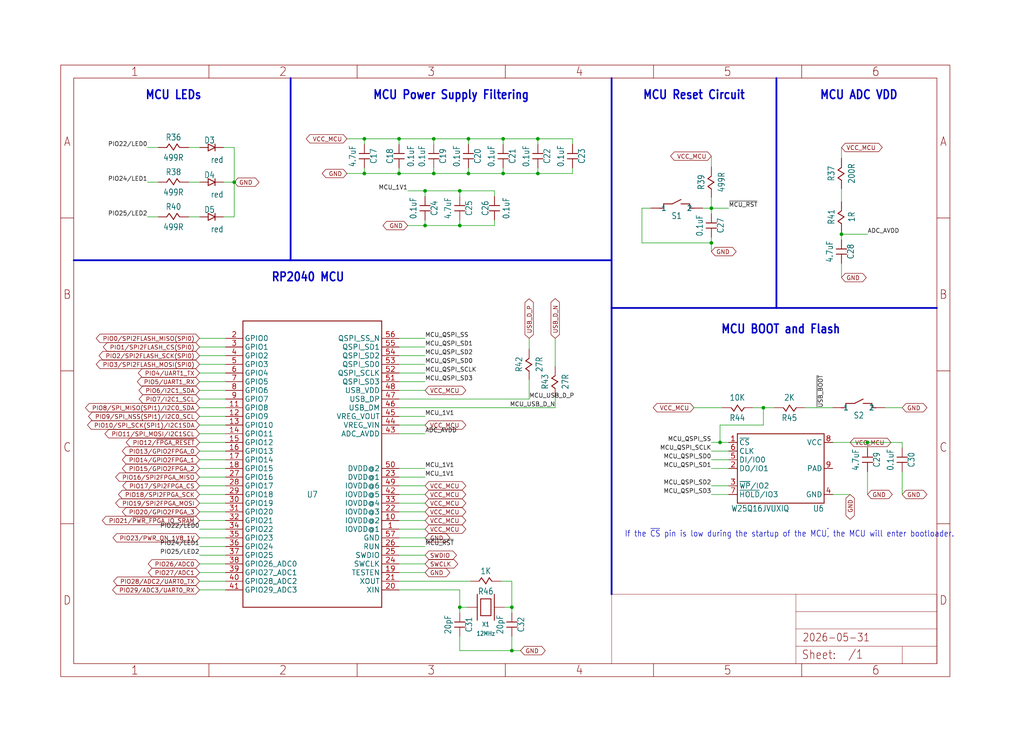
<source format=kicad_sch>
(kicad_sch (version 20250114) (generator "eeschema") (generator_version "9.0")
  (paper "User" 299.822 217.322)
  (lib_symbols
    (symbol "env-eagle-import:A4L-LOC"
      (symbol "A4L-LOC_1_0"
        (polyline (pts (xy 0 179.07) (xy 260.35 179.07) (xy 260.35 0) (xy 0 0) (xy 0 179.07)))
        (polyline (pts (xy 0 134.3025) (xy 3.81 134.3025)))
        (polyline (pts (xy 0 89.535) (xy 3.81 89.535)))
        (polyline (pts (xy 0 44.7675) (xy 3.81 44.7675)))
        (polyline (pts (xy 3.81 175.26) (xy 3.81 3.81)))
        (polyline (pts (xy 43.3917 179.07) (xy 43.3917 175.26)))
        (polyline (pts (xy 43.3917 3.81) (xy 43.3917 0)))
        (polyline (pts (xy 86.7833 179.07) (xy 86.7833 175.26)))
        (polyline (pts (xy 86.7833 3.81) (xy 86.7833 0)))
        (polyline (pts (xy 130.175 179.07) (xy 130.175 175.26)))
        (polyline (pts (xy 130.175 3.81) (xy 130.175 0)))
        (polyline (pts (xy 161.29 24.13) (xy 215.265 24.13)) (stroke (width 0.1016)))
        (polyline (pts (xy 161.29 3.81) (xy 161.29 24.13)) (stroke (width 0.1016)))
        (polyline (pts (xy 173.5667 179.07) (xy 173.5667 175.26)))
        (polyline (pts (xy 173.5667 3.81) (xy 173.5667 0)))
        (polyline (pts (xy 215.265 24.13) (xy 256.54 24.13)) (stroke (width 0.1016)))
        (polyline (pts (xy 215.265 19.05) (xy 215.265 24.13)) (stroke (width 0.1016)))
        (polyline (pts (xy 215.265 19.05) (xy 256.54 19.05)) (stroke (width 0.1016)))
        (polyline (pts (xy 215.265 13.97) (xy 215.265 19.05)) (stroke (width 0.1016)))
        (polyline (pts (xy 215.265 13.97) (xy 256.54 13.97)) (stroke (width 0.1016)))
        (polyline (pts (xy 215.265 8.89) (xy 215.265 13.97)) (stroke (width 0.1016)))
        (polyline (pts (xy 215.265 8.89) (xy 215.265 3.81)) (stroke (width 0.1016)))
        (polyline (pts (xy 216.9583 179.07) (xy 216.9583 175.26)))
        (polyline (pts (xy 216.9583 3.81) (xy 216.9583 0)))
        (polyline (pts (xy 246.38 8.89) (xy 215.265 8.89)) (stroke (width 0.1016)))
        (polyline (pts (xy 246.38 8.89) (xy 256.54 8.89)) (stroke (width 0.1016)))
        (polyline (pts (xy 246.38 3.81) (xy 246.38 8.89)) (stroke (width 0.1016)))
        (polyline (pts (xy 256.54 175.26) (xy 3.81 175.26)))
        (polyline (pts (xy 256.54 175.26) (xy 256.54 3.81)))
        (polyline (pts (xy 256.54 134.3025) (xy 260.35 134.3025)))
        (polyline (pts (xy 256.54 89.535) (xy 260.35 89.535)))
        (polyline (pts (xy 256.54 44.7675) (xy 260.35 44.7675)))
        (polyline (pts (xy 256.54 19.05) (xy 256.54 24.13)) (stroke (width 0.1016)))
        (polyline (pts (xy 256.54 13.97) (xy 256.54 19.05)) (stroke (width 0.1016)))
        (polyline (pts (xy 256.54 8.89) (xy 256.54 13.97)) (stroke (width 0.1016)))
        (polyline (pts (xy 256.54 3.81) (xy 3.81 3.81)))
        (polyline (pts (xy 256.54 3.81) (xy 256.54 8.89)) (stroke (width 0.1016)))
        (text "A" (at 1.905 156.6863 0) (effects (font (size 2.54 2.286))))
        (text "B" (at 1.905 111.9188 0) (effects (font (size 2.54 2.286))))
        (text "C" (at 1.905 67.1513 0) (effects (font (size 2.54 2.286))))
        (text "D" (at 1.905 22.3838 0) (effects (font (size 2.54 2.286))))
        (text "1" (at 21.6958 177.165 0) (effects (font (size 2.54 2.286))))
        (text "1" (at 21.6958 1.905 0) (effects (font (size 2.54 2.286))))
        (text "2" (at 65.0875 177.165 0) (effects (font (size 2.54 2.286))))
        (text "2" (at 65.0875 1.905 0) (effects (font (size 2.54 2.286))))
        (text "3" (at 108.4792 177.165 0) (effects (font (size 2.54 2.286))))
        (text "3" (at 108.4792 1.905 0) (effects (font (size 2.54 2.286))))
        (text "4" (at 151.8708 177.165 0) (effects (font (size 2.54 2.286))))
        (text "4" (at 151.8708 1.905 0) (effects (font (size 2.54 2.286))))
        (text "5" (at 195.2625 177.165 0) (effects (font (size 2.54 2.286))))
        (text "5" (at 195.2625 1.905 0) (effects (font (size 2.54 2.286))))
        (text "Sheet:" (at 216.916 4.953 0) (effects (font (size 2.54 2.159)) (justify left bottom)))
        (text "${PROJECTNAME}" (at 217.17 15.24 0) (effects (font (size 2.54 2.159)) (justify left bottom)))
        (text "${CURRENT_DATE}" (at 217.17 10.16 0) (effects (font (size 2.286 1.9431)) (justify left bottom)))
        (text "${#}/${##}" (at 230.505 5.08 0) (effects (font (size 2.54 2.159)) (justify left bottom)))
        (text "6" (at 238.6542 177.165 0) (effects (font (size 2.54 2.286))))
        (text "6" (at 238.6542 1.905 0) (effects (font (size 2.54 2.286))))
        (text "A" (at 258.445 156.6863 0) (effects (font (size 2.54 2.286))))
        (text "B" (at 258.445 111.9188 0) (effects (font (size 2.54 2.286))))
        (text "C" (at 258.445 67.1513 0) (effects (font (size 2.54 2.286))))
        (text "D" (at 258.445 22.3838 0) (effects (font (size 2.54 2.286))))
      )
    )
    (symbol "env-eagle-import:CAPACITOR0402"
      (property "Reference" "C" (at 0 1.714 0))
      (symbol "CAPACITOR0402_1_0"
        (polyline (pts (xy -0.762 1.524) (xy -0.762 -1.524)) (stroke (width 0.254)))
        (polyline (pts (xy 0.762 -1.524) (xy 0.762 1.524)) (stroke (width 0.254)))
        (pin bidirectional line (at -3.46 0 0) (length 2.54) (name "P$1") (number "1"))
        (pin bidirectional line (at 3.46 0 180) (length 2.54) (name "P$2") (number "2"))
      )
    )
    (symbol "env-eagle-import:CAPACITOR0603"
      (property "Reference" "C" (at 0 1.714 0))
      (symbol "CAPACITOR0603_1_0"
        (polyline (pts (xy -0.762 1.524) (xy -0.762 -1.524)) (stroke (width 0.254)))
        (polyline (pts (xy 0.762 -1.524) (xy 0.762 1.524)) (stroke (width 0.254)))
        (pin bidirectional line (at -3.46 0 0) (length 2.54) (name "P$1") (number "1"))
        (pin bidirectional line (at 3.46 0 180) (length 2.54) (name "P$2") (number "2"))
      )
    )
    (symbol "env-eagle-import:LED0402"
      (property "Reference" "D" (at -3 2 0))
      (symbol "LED0402_1_0"
        (polyline (pts (xy -1 1) (xy -1 -1)) (stroke (width 0.254)))
        (polyline (pts (xy -1 -1) (xy 1 0)) (stroke (width 0.254)))
        (polyline (pts (xy 1 1) (xy 1 0)) (stroke (width 0.254)))
        (polyline (pts (xy 1 0) (xy -1 1)) (stroke (width 0.254)))
        (polyline (pts (xy 1 0) (xy 1 -1)) (stroke (width 0.254)))
        (pin bidirectional line (at -3.46 0 0) (length 2.54) (name "1") (number "1"))
        (pin bidirectional line (at 3.46 0 180) (length 2.54) (name "2") (number "2"))
      )
    )
    (symbol "env-eagle-import:QUARTZ"
      (property "Reference" "X" (at 0 7 0))
      (symbol "QUARTZ_1_0"
        (polyline (pts (xy -3 0) (xy -2.5 0)) (stroke (width 0.1524)))
        (polyline (pts (xy -2.5 3.81) (xy -2.5 0)) (stroke (width 0.254)))
        (polyline (pts (xy -2.5 0) (xy -2.5 -3.81)) (stroke (width 0.254)))
        (polyline (pts (xy -1.5 2.46) (xy -1.5 -2.46)) (stroke (width 0.254)))
        (polyline (pts (xy -1.5 -2.46) (xy 1.5 -2.46)) (stroke (width 0.254)))
        (polyline (pts (xy 1.5 2.46) (xy -1.5 2.46)) (stroke (width 0.254)))
        (polyline (pts (xy 1.5 -2.46) (xy 1.5 2.46)) (stroke (width 0.254)))
        (polyline (pts (xy 2.5 3.81) (xy 2.5 0)) (stroke (width 0.254)))
        (polyline (pts (xy 2.5 0) (xy 2.5 -3.81)) (stroke (width 0.254)))
        (polyline (pts (xy 2.5 0) (xy 3 0)) (stroke (width 0.1524)))
        (pin bidirectional line (at -5.46 0 0) (length 2.54) (name "P$1") (number "1"))
        (pin bidirectional line (at 5.46 0 180) (length 2.54) (name "P$2") (number "3"))
      )
    )
    (symbol "env-eagle-import:RESISTORSMD_0402"
      (property "Reference" "R" (at 0 2 0))
      (symbol "RESISTORSMD_0402_1_0"
        (polyline (pts (xy -2 0) (xy -1.27 1.016)) (stroke (width 0.254)))
        (polyline (pts (xy -1.27 1.016) (xy 0 -0.762)) (stroke (width 0.254)))
        (polyline (pts (xy 0 -0.762) (xy 1.016 1.016)) (stroke (width 0.254)))
        (polyline (pts (xy 1.016 1.016) (xy 1.778 0)) (stroke (width 0.254)))
        (pin bidirectional line (at -4.46 0 0) (length 2.54) (name "1") (number "1"))
        (pin bidirectional line (at 4.46 0 180) (length 2.54) (name "2") (number "2"))
      )
    )
    (symbol "env-eagle-import:RP2040"
      (property "Reference" "U" (at -2.54 40.64 0))
      (symbol "RP2040_1_0"
        (polyline (pts (xy -20.32 45.72) (xy -20.32 -38.1)) (stroke (width 0.254)))
        (polyline (pts (xy -20.32 -38.1) (xy 20.32 -38.1)) (stroke (width 0.254)))
        (polyline (pts (xy 20.32 45.72) (xy -20.32 45.72)) (stroke (width 0.254)))
        (polyline (pts (xy 20.32 -38.1) (xy 20.32 45.72)) (stroke (width 0.254)))
        (pin bidirectional line (at -25.4 40.64 0) (length 5.08) (name "GPIO0") (number "2"))
        (pin bidirectional line (at -25.4 38.1 0) (length 5.08) (name "GPIO1") (number "3"))
        (pin bidirectional line (at -25.4 35.56 0) (length 5.08) (name "GPIO2") (number "4"))
        (pin bidirectional line (at -25.4 33.02 0) (length 5.08) (name "GPIO3") (number "5"))
        (pin bidirectional line (at -25.4 30.48 0) (length 5.08) (name "GPIO4") (number "6"))
        (pin bidirectional line (at -25.4 27.94 0) (length 5.08) (name "GPIO5") (number "7"))
        (pin bidirectional line (at -25.4 25.4 0) (length 5.08) (name "GPIO6") (number "8"))
        (pin bidirectional line (at -25.4 22.86 0) (length 5.08) (name "GPIO7") (number "9"))
        (pin bidirectional line (at -25.4 20.32 0) (length 5.08) (name "GPIO8") (number "11"))
        (pin bidirectional line (at -25.4 17.78 0) (length 5.08) (name "GPIO9") (number "12"))
        (pin bidirectional line (at -25.4 15.24 0) (length 5.08) (name "GPIO10") (number "13"))
        (pin bidirectional line (at -25.4 12.7 0) (length 5.08) (name "GPIO11") (number "14"))
        (pin bidirectional line (at -25.4 10.16 0) (length 5.08) (name "GPIO12") (number "15"))
        (pin bidirectional line (at -25.4 7.62 0) (length 5.08) (name "GPIO13") (number "16"))
        (pin bidirectional line (at -25.4 5.08 0) (length 5.08) (name "GPIO14") (number "17"))
        (pin bidirectional line (at -25.4 2.54 0) (length 5.08) (name "GPIO15") (number "18"))
        (pin bidirectional line (at -25.4 0 0) (length 5.08) (name "GPIO16") (number "27"))
        (pin bidirectional line (at -25.4 -2.54 0) (length 5.08) (name "GPIO17") (number "28"))
        (pin bidirectional line (at -25.4 -5.08 0) (length 5.08) (name "GPIO18") (number "29"))
        (pin bidirectional line (at -25.4 -7.62 0) (length 5.08) (name "GPIO19") (number "30"))
        (pin bidirectional line (at -25.4 -10.16 0) (length 5.08) (name "GPIO20") (number "31"))
        (pin bidirectional line (at -25.4 -12.7 0) (length 5.08) (name "GPIO21") (number "32"))
        (pin bidirectional line (at -25.4 -15.24 0) (length 5.08) (name "GPIO22") (number "34"))
        (pin bidirectional line (at -25.4 -17.78 0) (length 5.08) (name "GPIO23") (number "35"))
        (pin bidirectional line (at -25.4 -20.32 0) (length 5.08) (name "GPIO24") (number "36"))
        (pin bidirectional line (at -25.4 -22.86 0) (length 5.08) (name "GPIO25") (number "37"))
        (pin bidirectional line (at -25.4 -25.4 0) (length 5.08) (name "GPIO26_ADC0") (number "38"))
        (pin bidirectional line (at -25.4 -27.94 0) (length 5.08) (name "GPIO27_ADC1") (number "39"))
        (pin bidirectional line (at -25.4 -30.48 0) (length 5.08) (name "GPIO28_ADC2") (number "40"))
        (pin bidirectional line (at -25.4 -33.02 0) (length 5.08) (name "GPIO29_ADC3") (number "41"))
        (pin bidirectional line (at 25.4 40.64 180) (length 5.08) (name "QSPI_SS_N") (number "56"))
        (pin bidirectional line (at 25.4 38.1 180) (length 5.08) (name "QSPI_SD1") (number "55"))
        (pin bidirectional line (at 25.4 35.56 180) (length 5.08) (name "QSPI_SD2") (number "54"))
        (pin bidirectional line (at 25.4 33.02 180) (length 5.08) (name "QSPI_SD0") (number "53"))
        (pin bidirectional line (at 25.4 30.48 180) (length 5.08) (name "QSPI_SCLK") (number "52"))
        (pin bidirectional line (at 25.4 27.94 180) (length 5.08) (name "QSPI_SD3") (number "51"))
        (pin bidirectional line (at 25.4 25.4 180) (length 5.08) (name "USB_VDD") (number "48"))
        (pin bidirectional line (at 25.4 22.86 180) (length 5.08) (name "USB_DP") (number "47"))
        (pin bidirectional line (at 25.4 20.32 180) (length 5.08) (name "USB_DM") (number "46"))
        (pin bidirectional line (at 25.4 17.78 180) (length 5.08) (name "VREG_VOUT") (number "45"))
        (pin bidirectional line (at 25.4 15.24 180) (length 5.08) (name "VREG_VIN") (number "44"))
        (pin bidirectional line (at 25.4 12.7 180) (length 5.08) (name "ADC_AVDD") (number "43"))
        (pin bidirectional line (at 25.4 2.54 180) (length 5.08) (name "DVDD@2") (number "50"))
        (pin bidirectional line (at 25.4 0 180) (length 5.08) (name "DVDD@1") (number "23"))
        (pin bidirectional line (at 25.4 -2.54 180) (length 5.08) (name "IOVDD@6") (number "49"))
        (pin bidirectional line (at 25.4 -5.08 180) (length 5.08) (name "IOVDD@5") (number "42"))
        (pin bidirectional line (at 25.4 -7.62 180) (length 5.08) (name "IOVDD@4") (number "33"))
        (pin bidirectional line (at 25.4 -10.16 180) (length 5.08) (name "IOVDD@3") (number "22"))
        (pin bidirectional line (at 25.4 -12.7 180) (length 5.08) (name "IOVDD@2") (number "10"))
        (pin bidirectional line (at 25.4 -15.24 180) (length 5.08) (name "IOVDD@1") (number "1"))
        (pin bidirectional line (at 25.4 -17.78 180) (length 5.08) (name "GND") (number "57"))
        (pin bidirectional line (at 25.4 -20.32 180) (length 5.08) (name "RUN") (number "26"))
        (pin bidirectional line (at 25.4 -22.86 180) (length 5.08) (name "SWDIO") (number "25"))
        (pin bidirectional line (at 25.4 -25.4 180) (length 5.08) (name "SWCLK") (number "24"))
        (pin bidirectional line (at 25.4 -27.94 180) (length 5.08) (name "TESTEN") (number "19"))
        (pin bidirectional line (at 25.4 -30.48 180) (length 5.08) (name "XOUT") (number "21"))
        (pin bidirectional line (at 25.4 -33.02 180) (length 5.08) (name "XIN") (number "20"))
      )
    )
    (symbol "env-eagle-import:TACTILE-SWITCH"
      (property "Reference" "S" (at 0 -3.81 0))
      (symbol "TACTILE-SWITCH_1_0"
        (polyline (pts (xy -5.08 -2.54) (xy -3.81 -2.54)) (stroke (width 0.254)))
        (polyline (pts (xy -3.81 -1.27) (xy -1.27 -1.27)) (stroke (width 0.254)))
        (polyline (pts (xy -3.81 -2.54) (xy -3.81 -1.27)) (stroke (width 0.254)))
        (polyline (pts (xy -1.27 -1.27) (xy 1.27 0)) (stroke (width 0.254)))
        (polyline (pts (xy 3.81 -1.27) (xy 1.27 -1.27)) (stroke (width 0.254)))
        (polyline (pts (xy 3.81 -2.54) (xy 3.81 -1.27)) (stroke (width 0.254)))
        (polyline (pts (xy 5.08 -2.54) (xy 3.81 -2.54)) (stroke (width 0.254)))
        (pin bidirectional line (at -7.62 -2.54 0) (length 2.54) (name "1") (number "1"))
        (pin bidirectional line (at -7.62 -2.54 0) (length 2.54) (name "1") (number "2"))
        (pin bidirectional line (at 7.62 -2.54 180) (length 2.54) (name "2") (number "3"))
        (pin bidirectional line (at 7.62 -2.54 180) (length 2.54) (name "2") (number "4"))
      )
    )
    (symbol "env-eagle-import:W25Q16JVUXIQ"
      (property "Reference" "U" (at -12.7 -12.7 0))
      (symbol "W25Q16JVUXIQ_1_0"
        (polyline (pts (xy -12.7 10.16) (xy 12.7 10.16)) (stroke (width 0.254)))
        (polyline (pts (xy -12.7 -10.16) (xy -12.7 10.16)) (stroke (width 0.254)))
        (polyline (pts (xy 12.7 10.16) (xy 12.7 -10.16)) (stroke (width 0.254)))
        (polyline (pts (xy 12.7 -10.16) (xy -12.7 -10.16)) (stroke (width 0.254)))
        (pin bidirectional line (at -15.24 7.62 0) (length 2.54) (name "VCC") (number "8"))
        (pin bidirectional line (at -15.24 0 0) (length 2.54) (name "PAD") (number "9"))
        (pin bidirectional line (at -15.24 -7.62 0) (length 2.54) (name "GND") (number "4"))
        (pin input line (at 15.24 7.62 180) (length 2.54) (name "~{CS}") (number "1"))
        (pin input line (at 15.24 5.08 180) (length 2.54) (name "CLK") (number "6"))
        (pin bidirectional line (at 15.24 2.54 180) (length 2.54) (name "DI/IO0") (number "5"))
        (pin bidirectional line (at 15.24 0 180) (length 2.54) (name "DO/IO1") (number "2"))
        (pin bidirectional line (at 15.24 -5.08 180) (length 2.54) (name "~{WP}/IO2") (number "3"))
        (pin bidirectional line (at 15.24 -7.62 180) (length 2.54) (name "~{HOLD}/IO3") (number "7"))
      )
    )
  )
  (text "MCU Power Supply Filtering" (at 132.08 27.94 0) (effects (font (size 2.54 2.159) (thickness 0.4318) (bold yes))))
  (text "If the ~{CS} pin is low during the startup of the MCU~{,} the MCU will enter bootloader." (at 182.88 157.48 0) (effects (font (size 1.778 1.5113)) (justify left bottom)))
  (text "MCU BOOT and Flash" (at 228.6 96.52 0) (effects (font (size 2.54 2.159) (thickness 0.4318) (bold yes))))
  (text "MCU Reset Circuit" (at 203.2 27.94 0) (effects (font (size 2.54 2.159) (thickness 0.4318) (bold yes))))
  (text "MCU LEDs" (at 50.8 27.94 0) (effects (font (size 2.54 2.159) (thickness 0.4318) (bold yes))))
  (text "RP2040 MCU" (at 90.17 81.28 0) (effects (font (size 2.54 2.159) (thickness 0.4318) (bold yes))))
  (text "MCU ADC VDD" (at 251.46 27.94 0) (effects (font (size 2.54 2.159) (thickness 0.4318) (bold yes))))
  (junction (at 127 50.8))
  (junction (at 68.58 53.34))
  (junction (at 254 129.54))
  (junction (at 124.46 66.04))
  (junction (at 208.28 71.12))
  (junction (at 149.86 177.8))
  (junction (at 246.38 68.58))
  (junction (at 147.32 40.64))
  (junction (at 137.16 50.8))
  (junction (at 137.16 40.64))
  (junction (at 134.62 177.8))
  (junction (at 157.48 50.8))
  (junction (at 116.84 50.8))
  (junction (at 210.82 129.54))
  (junction (at 106.68 40.64))
  (junction (at 134.62 55.88))
  (junction (at 147.32 50.8))
  (junction (at 106.68 50.8))
  (junction (at 134.62 66.04))
  (junction (at 116.84 40.64))
  (junction (at 124.46 55.88))
  (junction (at 223.52 119.38))
  (junction (at 157.48 40.64))
  (junction (at 149.86 190.5))
  (junction (at 208.28 60.96))
  (junction (at 127 40.64))
  (wire (pts (xy 58.42 109.22) (xy 66.04 109.22)) (stroke (width 0.1524)))
  (wire (pts (xy 137.16 40.64) (xy 147.32 40.64)) (stroke (width 0.1524)))
  (wire (pts (xy 66.04 172.72) (xy 58.42 172.72)) (stroke (width 0.1524)))
  (wire (pts (xy 208.28 60.96) (xy 213.36 60.96)) (stroke (width 0.1524)))
  (wire (pts (xy 116.84 149.86) (xy 124.46 149.86)) (stroke (width 0.1524)))
  (wire (pts (xy 66.04 149.86) (xy 58.42 149.86)) (stroke (width 0.1524)))
  (polyline (pts (xy 179.07 76.2) (xy 179.07 22.86)) (stroke (width 0.508) (type solid)))
  (wire (pts (xy 154.94 102.22) (xy 154.94 99.06)) (stroke (width 0.1524)))
  (wire (pts (xy 66.04 170.18) (xy 58.42 170.18)) (stroke (width 0.1524)))
  (wire (pts (xy 124.46 139.7) (xy 116.84 139.7)) (stroke (width 0.1524)))
  (wire (pts (xy 146.7 170.18) (xy 149.86 170.18)) (stroke (width 0.1524)))
  (wire (pts (xy 208.28 60.96) (xy 208.28 57.8)) (stroke (width 0.1524)))
  (wire (pts (xy 127 50.8) (xy 116.84 50.8)) (stroke (width 0.1524)))
  (wire (pts (xy 68.58 63.5) (xy 68.58 53.34)) (stroke (width 0.1524)))
  (wire (pts (xy 66.04 114.3) (xy 58.42 114.3)) (stroke (width 0.1524)))
  (wire (pts (xy 210.82 124.46) (xy 210.82 129.54)) (stroke (width 0.1524)))
  (wire (pts (xy 116.84 137.16) (xy 124.46 137.16)) (stroke (width 0.1524)))
  (wire (pts (xy 124.46 114.3) (xy 116.84 114.3)) (stroke (width 0.1524)))
  (wire (pts (xy 213.36 144.78) (xy 208.28 144.78)) (stroke (width 0.1524)))
  (wire (pts (xy 223.52 119.38) (xy 220.36 119.38)) (stroke (width 0.1524)))
  (wire (pts (xy 147.32 42.26) (xy 147.32 40.64)) (stroke (width 0.1524)))
  (polyline (pts (xy 85.09 22.86) (xy 85.09 76.2)) (stroke (width 0.508) (type solid)))
  (wire (pts (xy 213.36 129.54) (xy 210.82 129.54)) (stroke (width 0.1524)))
  (wire (pts (xy 66.04 132.08) (xy 58.42 132.08)) (stroke (width 0.1524)))
  (wire (pts (xy 116.84 116.84) (xy 154.94 116.84)) (stroke (width 0.1524)))
  (wire (pts (xy 116.84 165.1) (xy 124.46 165.1)) (stroke (width 0.1524)))
  (wire (pts (xy 137.16 50.8) (xy 127 50.8)) (stroke (width 0.1524)))
  (polyline (pts (xy 179.07 76.2) (xy 179.07 90.17)) (stroke (width 0.508) (type solid)))
  (wire (pts (xy 58.5 53.34) (xy 55.26 53.34)) (stroke (width 0.1524)))
  (wire (pts (xy 136.78 177.8) (xy 134.62 177.8)) (stroke (width 0.1524)))
  (wire (pts (xy 66.04 167.64) (xy 58.42 167.64)) (stroke (width 0.1524)))
  (wire (pts (xy 66.04 144.78) (xy 58.42 144.78)) (stroke (width 0.1524)))
  (wire (pts (xy 116.84 111.76) (xy 124.46 111.76)) (stroke (width 0.1524)))
  (wire (pts (xy 162.56 119.38) (xy 162.56 116.22)) (stroke (width 0.1524)))
  (wire (pts (xy 66.04 124.46) (xy 58.42 124.46)) (stroke (width 0.1524)))
  (wire (pts (xy 264.16 138.08) (xy 264.16 144.78)) (stroke (width 0.1524)))
  (wire (pts (xy 46.34 63.5) (xy 43.18 63.5)) (stroke (width 0.1524)))
  (wire (pts (xy 116.84 119.38) (xy 162.56 119.38)) (stroke (width 0.1524)))
  (wire (pts (xy 66.04 165.1) (xy 58.42 165.1)) (stroke (width 0.1524)))
  (wire (pts (xy 116.84 42.26) (xy 116.84 40.64)) (stroke (width 0.1524)))
  (wire (pts (xy 246.38 70.2) (xy 246.38 68.58)) (stroke (width 0.1524)))
  (wire (pts (xy 157.48 40.64) (xy 157.48 42.26)) (stroke (width 0.1524)))
  (wire (pts (xy 68.58 43.18) (xy 65.42 43.18)) (stroke (width 0.1524)))
  (wire (pts (xy 246.38 68.58) (xy 246.38 67.96)) (stroke (width 0.1524)))
  (wire (pts (xy 66.04 157.48) (xy 58.42 157.48)) (stroke (width 0.1524)))
  (wire (pts (xy 208.28 45.72) (xy 208.28 48.88)) (stroke (width 0.1524)))
  (wire (pts (xy 66.04 99.06) (xy 58.42 99.06)) (stroke (width 0.1524)))
  (wire (pts (xy 116.84 144.78) (xy 124.46 144.78)) (stroke (width 0.1524)))
  (wire (pts (xy 254 138.08) (xy 254 144.78)) (stroke (width 0.1524)))
  (wire (pts (xy 116.84 127) (xy 124.46 127)) (stroke (width 0.1524)))
  (wire (pts (xy 65.42 53.34) (xy 68.58 53.34)) (stroke (width 0.1524)))
  (wire (pts (xy 66.04 154.94) (xy 58.42 154.94)) (stroke (width 0.1524)))
  (wire (pts (xy 116.84 50.8) (xy 106.68 50.8)) (stroke (width 0.1524)))
  (wire (pts (xy 223.52 119.38) (xy 223.52 124.46)) (stroke (width 0.1524)))
  (wire (pts (xy 208.28 71.12) (xy 208.28 73.66)) (stroke (width 0.1524)))
  (wire (pts (xy 149.86 186.34) (xy 149.86 190.5)) (stroke (width 0.1524)))
  (wire (pts (xy 116.84 152.4) (xy 124.46 152.4)) (stroke (width 0.1524)))
  (wire (pts (xy 116.84 99.06) (xy 124.46 99.06)) (stroke (width 0.1524)))
  (wire (pts (xy 213.36 134.62) (xy 208.28 134.62)) (stroke (width 0.1524)))
  (wire (pts (xy 116.84 142.24) (xy 124.46 142.24)) (stroke (width 0.1524)))
  (wire (pts (xy 205.74 60.96) (xy 208.28 60.96)) (stroke (width 0.1524)))
  (wire (pts (xy 116.84 109.22) (xy 124.46 109.22)) (stroke (width 0.1524)))
  (wire (pts (xy 147.7 177.8) (xy 149.86 177.8)) (stroke (width 0.1524)))
  (wire (pts (xy 246.38 68.58) (xy 254 68.58)) (stroke (width 0.1524)))
  (wire (pts (xy 134.62 66.04) (xy 124.46 66.04)) (stroke (width 0.1524)))
  (wire (pts (xy 144.78 64.42) (xy 144.78 66.04)) (stroke (width 0.1524)))
  (wire (pts (xy 66.04 121.92) (xy 58.42 121.92)) (stroke (width 0.1524)))
  (wire (pts (xy 162.56 99.06) (xy 162.56 107.3)) (stroke (width 0.1524)))
  (wire (pts (xy 116.84 124.46) (xy 124.46 124.46)) (stroke (width 0.1524)))
  (wire (pts (xy 134.62 55.88) (xy 124.46 55.88)) (stroke (width 0.1524)))
  (wire (pts (xy 226.68 119.38) (xy 223.52 119.38)) (stroke (width 0.1524)))
  (polyline (pts (xy 179.07 90.17) (xy 179.07 173.99)) (stroke (width 0.508) (type solid)))
  (wire (pts (xy 243.84 119.38) (xy 235.6 119.38)) (stroke (width 0.1524)))
  (wire (pts (xy 147.32 40.64) (xy 157.48 40.64)) (stroke (width 0.1524)))
  (wire (pts (xy 58.5 43.18) (xy 55.26 43.18)) (stroke (width 0.1524)))
  (wire (pts (xy 223.52 124.46) (xy 210.82 124.46)) (stroke (width 0.1524)))
  (wire (pts (xy 116.84 170.18) (xy 137.78 170.18)) (stroke (width 0.1524)))
  (wire (pts (xy 157.48 40.64) (xy 167.64 40.64)) (stroke (width 0.1524)))
  (wire (pts (xy 254 129.54) (xy 243.84 129.54)) (stroke (width 0.1524)))
  (wire (pts (xy 66.04 160.02) (xy 58.42 160.02)) (stroke (width 0.1524)))
  (wire (pts (xy 66.04 119.38) (xy 58.42 119.38)) (stroke (width 0.1524)))
  (wire (pts (xy 149.86 177.8) (xy 149.86 179.42)) (stroke (width 0.1524)))
  (wire (pts (xy 208.28 71.12) (xy 208.28 69.5)) (stroke (width 0.1524)))
  (wire (pts (xy 116.84 154.94) (xy 124.46 154.94)) (stroke (width 0.1524)))
  (wire (pts (xy 106.68 50.8) (xy 101.6 50.8)) (stroke (width 0.1524)))
  (wire (pts (xy 264.16 129.54) (xy 264.16 131.16)) (stroke (width 0.1524)))
  (wire (pts (xy 144.78 66.04) (xy 134.62 66.04)) (stroke (width 0.1524)))
  (wire (pts (xy 147.32 49.18) (xy 147.32 50.8)) (stroke (width 0.1524)))
  (wire (pts (xy 116.84 106.68) (xy 124.46 106.68)) (stroke (width 0.1524)))
  (wire (pts (xy 46.34 53.34) (xy 43.18 53.34)) (stroke (width 0.1524)))
  (polyline (pts (xy 227.33 90.17) (xy 274.32 90.17)) (stroke (width 0.508) (type solid)))
  (wire (pts (xy 66.04 106.68) (xy 58.42 106.68)) (stroke (width 0.1524)))
  (wire (pts (xy 116.84 157.48) (xy 124.46 157.48)) (stroke (width 0.1524)))
  (wire (pts (xy 116.84 172.72) (xy 134.62 172.72)) (stroke (width 0.1524)))
  (wire (pts (xy 116.84 49.18) (xy 116.84 50.8)) (stroke (width 0.1524)))
  (wire (pts (xy 213.36 132.08) (xy 208.28 132.08)) (stroke (width 0.1524)))
  (wire (pts (xy 167.64 40.64) (xy 167.64 42.26)) (stroke (width 0.1524)))
  (wire (pts (xy 124.46 57.5) (xy 124.46 55.88)) (stroke (width 0.1524)))
  (wire (pts (xy 127 42.26) (xy 127 40.64)) (stroke (width 0.1524)))
  (wire (pts (xy 116.84 40.64) (xy 106.68 40.64)) (stroke (width 0.1524)))
  (wire (pts (xy 254 131.16) (xy 254 129.54)) (stroke (width 0.1524)))
  (wire (pts (xy 134.62 57.5) (xy 134.62 55.88)) (stroke (width 0.1524)))
  (wire (pts (xy 116.84 167.64) (xy 124.46 167.64)) (stroke (width 0.1524)))
  (wire (pts (xy 116.84 104.14) (xy 124.46 104.14)) (stroke (width 0.1524)))
  (wire (pts (xy 66.04 147.32) (xy 58.42 147.32)) (stroke (width 0.1524)))
  (polyline (pts (xy 21.59 76.2) (xy 85.09 76.2)) (stroke (width 0.508) (type solid)))
  (wire (pts (xy 58.5 63.5) (xy 55.26 63.5)) (stroke (width 0.1524)))
  (wire (pts (xy 66.04 134.62) (xy 58.42 134.62)) (stroke (width 0.1524)))
  (wire (pts (xy 68.58 53.34) (xy 68.58 43.18)) (stroke (width 0.1524)))
  (wire (pts (xy 66.04 137.16) (xy 58.42 137.16)) (stroke (width 0.1524)))
  (wire (pts (xy 66.04 101.6) (xy 58.42 101.6)) (stroke (width 0.1524)))
  (wire (pts (xy 66.04 142.24) (xy 58.42 142.24)) (stroke (width 0.1524)))
  (wire (pts (xy 167.64 49.18) (xy 167.64 50.8)) (stroke (width 0.1524)))
  (wire (pts (xy 157.48 50.8) (xy 167.64 50.8)) (stroke (width 0.1524)))
  (wire (pts (xy 66.04 111.76) (xy 58.42 111.76)) (stroke (width 0.1524)))
  (wire (pts (xy 149.86 170.18) (xy 149.86 177.8)) (stroke (width 0.1524)))
  (wire (pts (xy 66.04 152.4) (xy 58.42 152.4)) (stroke (width 0.1524)))
  (wire (pts (xy 116.84 147.32) (xy 124.46 147.32)) (stroke (width 0.1524)))
  (wire (pts (xy 134.62 190.5) (xy 149.86 190.5)) (stroke (width 0.1524)))
  (wire (pts (xy 134.62 177.8) (xy 134.62 179.42)) (stroke (width 0.1524)))
  (wire (pts (xy 187.96 60.96) (xy 187.96 71.12)) (stroke (width 0.1524)))
  (polyline (pts (xy 85.09 76.2) (xy 179.07 76.2)) (stroke (width 0.508) (type solid)))
  (wire (pts (xy 66.04 104.14) (xy 58.42 104.14)) (stroke (width 0.1524)))
  (wire (pts (xy 66.04 127) (xy 58.42 127)) (stroke (width 0.1524)))
  (wire (pts (xy 127 40.64) (xy 137.16 40.64)) (stroke (width 0.1524)))
  (wire (pts (xy 116.84 162.56) (xy 124.46 162.56)) (stroke (width 0.1524)))
  (wire (pts (xy 124.46 66.04) (xy 119.38 66.04)) (stroke (width 0.1524)))
  (wire (pts (xy 116.84 160.02) (xy 124.46 160.02)) (stroke (width 0.1524)))
  (wire (pts (xy 116.84 121.92) (xy 124.46 121.92)) (stroke (width 0.1524)))
  (wire (pts (xy 243.84 144.78) (xy 248.92 144.78)) (stroke (width 0.1524)))
  (polyline (pts (xy 227.33 22.86) (xy 227.33 90.17)) (stroke (width 0.508) (type solid)))
  (wire (pts (xy 157.48 49.18) (xy 157.48 50.8)) (stroke (width 0.1524)))
  (wire (pts (xy 144.78 57.5) (xy 144.78 55.88)) (stroke (width 0.1524)))
  (wire (pts (xy 137.16 49.18) (xy 137.16 50.8)) (stroke (width 0.1524)))
  (wire (pts (xy 157.48 50.8) (xy 147.32 50.8)) (stroke (width 0.1524)))
  (wire (pts (xy 134.62 172.72) (xy 134.62 177.8)) (stroke (width 0.1524)))
  (wire (pts (xy 144.78 55.88) (xy 134.62 55.88)) (stroke (width 0.1524)))
  (wire (pts (xy 134.62 186.34) (xy 134.62 190.5)) (stroke (width 0.1524)))
  (wire (pts (xy 127 49.18) (xy 127 50.8)) (stroke (width 0.1524)))
  (wire (pts (xy 213.36 137.16) (xy 208.28 137.16)) (stroke (width 0.1524)))
  (wire (pts (xy 259.08 119.38) (xy 264.16 119.38)) (stroke (width 0.1524)))
  (wire (pts (xy 149.86 190.5) (xy 152.4 190.5)) (stroke (width 0.1524)))
  (wire (pts (xy 246.38 46.34) (xy 246.38 43.18)) (stroke (width 0.1524)))
  (wire (pts (xy 213.36 142.24) (xy 208.28 142.24)) (stroke (width 0.1524)))
  (wire (pts (xy 116.84 101.6) (xy 124.46 101.6)) (stroke (width 0.1524)))
  (wire (pts (xy 208.28 62.58) (xy 208.28 60.96)) (stroke (width 0.1524)))
  (wire (pts (xy 124.46 64.42) (xy 124.46 66.04)) (stroke (width 0.1524)))
  (wire (pts (xy 147.32 50.8) (xy 137.16 50.8)) (stroke (width 0.1524)))
  (wire (pts (xy 254 129.54) (xy 264.16 129.54)) (stroke (width 0.1524)))
  (wire (pts (xy 124.46 55.88) (xy 119.38 55.88)) (stroke (width 0.1524)))
  (wire (pts (xy 134.62 64.42) (xy 134.62 66.04)) (stroke (width 0.1524)))
  (polyline (pts (xy 179.07 90.17) (xy 227.33 90.17)) (stroke (width 0.508) (type solid)))
  (wire (pts (xy 106.68 42.26) (xy 106.68 40.64)) (stroke (width 0.1524)))
  (wire (pts (xy 154.94 116.84) (xy 154.94 111.14)) (stroke (width 0.1524)))
  (wire (pts (xy 211.44 119.38) (xy 203.2 119.38)) (stroke (width 0.1524)))
  (wire (pts (xy 190.5 60.96) (xy 187.96 60.96)) (stroke (width 0.1524)))
  (wire (pts (xy 66.04 139.7) (xy 58.42 139.7)) (stroke (width 0.1524)))
  (wire (pts (xy 66.04 116.84) (xy 58.42 116.84)) (stroke (width 0.1524)))
  (wire (pts (xy 246.38 77.12) (xy 246.38 81.28)) (stroke (width 0.1524)))
  (wire (pts (xy 106.68 40.64) (xy 101.6 40.64)) (stroke (width 0.1524)))
  (wire (pts (xy 210.82 129.54) (xy 208.28 129.54)) (stroke (width 0.1524)))
  (wire (pts (xy 66.04 129.54) (xy 58.42 129.54)) (stroke (width 0.1524)))
  (wire (pts (xy 137.16 42.26) (xy 137.16 40.64)) (stroke (width 0.1524)))
  (wire (pts (xy 46.34 43.18) (xy 43.18 43.18)) (stroke (width 0.1524)))
  (wire (pts (xy 66.04 162.56) (xy 58.42 162.56)) (stroke (width 0.1524)))
  (wire (pts (xy 106.68 49.18) (xy 106.68 50.8)) (stroke (width 0.1524)))
  (wire (pts (xy 65.42 63.5) (xy 68.58 63.5)) (stroke (width 0.1524)))
  (wire (pts (xy 116.84 40.64) (xy 127 40.64)) (stroke (width 0.1524)))
  (wire (pts (xy 246.38 55.26) (xy 246.38 59.04)) (stroke (width 0.1524)))
  (wire (pts (xy 187.96 71.12) (xy 208.28 71.12)) (stroke (width 0.1524)))
  (label "MCU_QSPI_SD1" (at 208.28 137.16 180) (effects (font (size 1.2446 1.2446))))
  (label "MCU_QSPI_SCLK" (at 208.28 132.08 180) (effects (font (size 1.2446 1.2446))))
  (label "MCU_USB_D_P" (at 154.94 116.84 0) (effects (font (size 1.2446 1.2446))))
  (label "MCU_QSPI_SD0" (at 124.46 106.68 0) (effects (font (size 1.2446 1.2446))))
  (label "PIO25/LED2" (at 43.18 63.5 180) (effects (font (size 1.2446 1.2446))))
  (label "MCU_USB_D_N" (at 162.56 119.38 180) (effects (font (size 1.2446 1.2446))))
  (label "MCU_QSPI_SD2" (at 208.28 142.24 180) (effects (font (size 1.2446 1.2446))))
  (label "PIO25/LED2" (at 58.42 162.56 180) (effects (font (size 1.2446 1.2446))))
  (label "MCU_1V1" (at 124.46 121.92 0) (effects (font (size 1.2446 1.2446))))
  (label "MCU_1V1" (at 124.46 139.7 0) (effects (font (size 1.2446 1.2446))))
  (label "~{MCU_RST}" (at 213.36 60.96 0) (effects (font (size 1.2446 1.2446))))
  (label "MCU_QSPI_SCLK" (at 124.46 109.22 0) (effects (font (size 1.2446 1.2446))))
  (label "MCU_QSPI_SD1" (at 124.46 101.6 0) (effects (font (size 1.2446 1.2446))))
  (label "MCU_QSPI_SS" (at 208.28 129.54 180) (effects (font (size 1.2446 1.2446))))
  (label "MCU_QSPI_SD2" (at 124.46 104.14 0) (effects (font (size 1.2446 1.2446))))
  (label "ADC_AVDD" (at 254 68.58 0) (effects (font (size 1.2446 1.2446))))
  (label "PIO22/LED0" (at 43.18 43.18 180) (effects (font (size 1.2446 1.2446))))
  (label "~{MCU_RST}" (at 124.46 160.02 0) (effects (font (size 1.2446 1.2446))))
  (label "MCU_QSPI_SD0" (at 208.28 134.62 180) (effects (font (size 1.2446 1.2446))))
  (label "ADC_AVDD" (at 124.46 127 0) (effects (font (size 1.2446 1.2446))))
  (label "MCU_1V1" (at 124.46 137.16 0) (effects (font (size 1.2446 1.2446))))
  (label "PIO24/LED1" (at 43.18 53.34 180) (effects (font (size 1.2446 1.2446))))
  (label "~{USB_BOOT}" (at 241.3 119.38 90) (effects (font (size 1.2446 1.2446))))
  (label "MCU_1V1" (at 119.38 55.88 180) (effects (font (size 1.2446 1.2446))))
  (label "MCU_QSPI_SS" (at 124.46 99.06 0) (effects (font (size 1.2446 1.2446))))
  (label "MCU_QSPI_SD3" (at 208.28 144.78 180) (effects (font (size 1.2446 1.2446))))
  (label "PIO22/LED0" (at 58.42 154.94 180) (effects (font (size 1.2446 1.2446))))
  (label "MCU_QSPI_SD3" (at 124.46 111.76 0) (effects (font (size 1.2446 1.2446))))
  (label "PIO24/LED1" (at 58.42 160.02 180) (effects (font (size 1.2446 1.2446))))
  (global_label "PIO2/SPI2FLASH_SCK(SPI0)" (shape bidirectional) (at 58.42 104.14 180) (effects (font (size 1.2446 1.2446))) (property "Intersheetrefs" "${INTERSHEET_REFS}" (effects (hide yes))))
  (global_label "GND" (shape bidirectional) (at 264.16 144.78 0) (effects (font (size 1.2446 1.2446))) (property "Intersheetrefs" "${INTERSHEET_REFS}" (effects (hide yes))))
  (global_label "VCC_MCU" (shape bidirectional) (at 124.46 144.78 0) (effects (font (size 1.2446 1.2446))) (property "Intersheetrefs" "${INTERSHEET_REFS}" (effects (hide yes))))
  (global_label "GND" (shape bidirectional) (at 68.58 53.34 0) (effects (font (size 1.2446 1.2446))) (property "Intersheetrefs" "${INTERSHEET_REFS}" (effects (hide yes))))
  (global_label "VCC_MCU" (shape bidirectional) (at 124.46 154.94 0) (effects (font (size 1.2446 1.2446))) (property "Intersheetrefs" "${INTERSHEET_REFS}" (effects (hide yes))))
  (global_label "PIO8/SPI_MISO(SPI1)/I2C0_SDA" (shape bidirectional) (at 58.42 119.38 180) (effects (font (size 1.2446 1.2446))) (property "Intersheetrefs" "${INTERSHEET_REFS}" (effects (hide yes))))
  (global_label "VCC_MCU" (shape bidirectional) (at 203.2 119.38 180) (effects (font (size 1.2446 1.2446))) (property "Intersheetrefs" "${INTERSHEET_REFS}" (effects (hide yes))))
  (global_label "PIO28/ADC2/UART0_TX" (shape bidirectional) (at 58.42 170.18 180) (effects (font (size 1.2446 1.2446))) (property "Intersheetrefs" "${INTERSHEET_REFS}" (effects (hide yes))))
  (global_label "PIO16/SPI2FPGA_MISO" (shape bidirectional) (at 58.42 139.7 180) (effects (font (size 1.2446 1.2446))) (property "Intersheetrefs" "${INTERSHEET_REFS}" (effects (hide yes))))
  (global_label "PIO19/SPI2FPGA_MOSI" (shape bidirectional) (at 58.42 147.32 180) (effects (font (size 1.2446 1.2446))) (property "Intersheetrefs" "${INTERSHEET_REFS}" (effects (hide yes))))
  (global_label "VCC_MCU" (shape bidirectional) (at 208.28 45.72 180) (effects (font (size 1.2446 1.2446))) (property "Intersheetrefs" "${INTERSHEET_REFS}" (effects (hide yes))))
  (global_label "USB_D_P" (shape bidirectional) (at 154.94 99.06 90) (effects (font (size 1.2446 1.2446))) (property "Intersheetrefs" "${INTERSHEET_REFS}" (effects (hide yes))))
  (global_label "PIO21/~{PWR_FPGA_IO_SRAM}" (shape bidirectional) (at 58.42 152.4 180) (effects (font (size 1.2446 1.2446))) (property "Intersheetrefs" "${INTERSHEET_REFS}" (effects (hide yes))))
  (global_label "PIO12/~{FPGA_RESET}" (shape bidirectional) (at 58.42 129.54 180) (effects (font (size 1.2446 1.2446))) (property "Intersheetrefs" "${INTERSHEET_REFS}" (effects (hide yes))))
  (global_label "VCC_MCU" (shape bidirectional) (at 124.46 114.3 0) (effects (font (size 1.2446 1.2446))) (property "Intersheetrefs" "${INTERSHEET_REFS}" (effects (hide yes))))
  (global_label "GND" (shape bidirectional) (at 254 144.78 0) (effects (font (size 1.2446 1.2446))) (property "Intersheetrefs" "${INTERSHEET_REFS}" (effects (hide yes))))
  (global_label "GND" (shape bidirectional) (at 248.92 144.78 270) (effects (font (size 1.2446 1.2446))) (property "Intersheetrefs" "${INTERSHEET_REFS}" (effects (hide yes))))
  (global_label "GND" (shape bidirectional) (at 124.46 167.64 0) (effects (font (size 1.2446 1.2446))) (property "Intersheetrefs" "${INTERSHEET_REFS}" (effects (hide yes))))
  (global_label "PIO9/SPI_NSS(SPI1)/I2C0_SCL" (shape bidirectional) (at 58.42 121.92 180) (effects (font (size 1.2446 1.2446))) (property "Intersheetrefs" "${INTERSHEET_REFS}" (effects (hide yes))))
  (global_label "GND" (shape bidirectional) (at 246.38 81.28 0) (effects (font (size 1.2446 1.2446))) (property "Intersheetrefs" "${INTERSHEET_REFS}" (effects (hide yes))))
  (global_label "PIO29/ADC3/UART0_RX" (shape bidirectional) (at 58.42 172.72 180) (effects (font (size 1.2446 1.2446))) (property "Intersheetrefs" "${INTERSHEET_REFS}" (effects (hide yes))))
  (global_label "SWCLK" (shape bidirectional) (at 124.46 165.1 0) (effects (font (size 1.2446 1.2446))) (property "Intersheetrefs" "${INTERSHEET_REFS}" (effects (hide yes))))
  (global_label "PIO20/GPIO2FPGA_3" (shape bidirectional) (at 58.42 149.86 180) (effects (font (size 1.2446 1.2446))) (property "Intersheetrefs" "${INTERSHEET_REFS}" (effects (hide yes))))
  (global_label "GND" (shape bidirectional) (at 119.38 66.04 180) (effects (font (size 1.2446 1.2446))) (property "Intersheetrefs" "${INTERSHEET_REFS}" (effects (hide yes))))
  (global_label "GND" (shape bidirectional) (at 264.16 119.38 0) (effects (font (size 1.2446 1.2446))) (property "Intersheetrefs" "${INTERSHEET_REFS}" (effects (hide yes))))
  (global_label "VCC_MCU" (shape bidirectional) (at 124.46 142.24 0) (effects (font (size 1.2446 1.2446))) (property "Intersheetrefs" "${INTERSHEET_REFS}" (effects (hide yes))))
  (global_label "VCC_MCU" (shape bidirectional) (at 246.38 43.18 0) (effects (font (size 1.2446 1.2446))) (property "Intersheetrefs" "${INTERSHEET_REFS}" (effects (hide yes))))
  (global_label "PIO17/SPI2FPGA_CS" (shape bidirectional) (at 58.42 142.24 180) (effects (font (size 1.2446 1.2446))) (property "Intersheetrefs" "${INTERSHEET_REFS}" (effects (hide yes))))
  (global_label "PIO4/UART1_TX" (shape bidirectional) (at 58.42 109.22 180) (effects (font (size 1.2446 1.2446))) (property "Intersheetrefs" "${INTERSHEET_REFS}" (effects (hide yes))))
  (global_label "PIO6/I2C1_SDA" (shape bidirectional) (at 58.42 114.3 180) (effects (font (size 1.2446 1.2446))) (property "Intersheetrefs" "${INTERSHEET_REFS}" (effects (hide yes))))
  (global_label "PIO0/SPI2FLASH_MISO(SPI0)" (shape bidirectional) (at 58.42 99.06 180) (effects (font (size 1.2446 1.2446))) (property "Intersheetrefs" "${INTERSHEET_REFS}" (effects (hide yes))))
  (global_label "PIO23/PWR_ON_1V8_1V" (shape bidirectional) (at 58.42 157.48 180) (effects (font (size 1.2446 1.2446))) (property "Intersheetrefs" "${INTERSHEET_REFS}" (effects (hide yes))))
  (global_label "PIO5/UART1_RX" (shape bidirectional) (at 58.42 111.76 180) (effects (font (size 1.2446 1.2446))) (property "Intersheetrefs" "${INTERSHEET_REFS}" (effects (hide yes))))
  (global_label "PIO26/ADC0" (shape bidirectional) (at 58.42 165.1 180) (effects (font (size 1.2446 1.2446))) (property "Intersheetrefs" "${INTERSHEET_REFS}" (effects (hide yes))))
  (global_label "VCC_MCU" (shape bidirectional) (at 101.6 40.64 180) (effects (font (size 1.2446 1.2446))) (property "Intersheetrefs" "${INTERSHEET_REFS}" (effects (hide yes))))
  (global_label "VCC_MCU" (shape bidirectional) (at 124.46 149.86 0) (effects (font (size 1.2446 1.2446))) (property "Intersheetrefs" "${INTERSHEET_REFS}" (effects (hide yes))))
  (global_label "PIO14/GPIO2FPGA_1" (shape bidirectional) (at 58.42 134.62 180) (effects (font (size 1.2446 1.2446))) (property "Intersheetrefs" "${INTERSHEET_REFS}" (effects (hide yes))))
  (global_label "GND" (shape bidirectional) (at 124.46 157.48 0) (effects (font (size 1.2446 1.2446))) (property "Intersheetrefs" "${INTERSHEET_REFS}" (effects (hide yes))))
  (global_label "PIO11/SPI_MOSI/I2C1SCL" (shape bidirectional) (at 58.42 127 180) (effects (font (size 1.2446 1.2446))) (property "Intersheetrefs" "${INTERSHEET_REFS}" (effects (hide yes))))
  (global_label "PIO18/SPI2FPGA_SCK" (shape bidirectional) (at 58.42 144.78 180) (effects (font (size 1.2446 1.2446))) (property "Intersheetrefs" "${INTERSHEET_REFS}" (effects (hide yes))))
  (global_label "VCC_MCU" (shape bidirectional) (at 248.92 129.54 0) (effects (font (size 1.2446 1.2446))) (property "Intersheetrefs" "${INTERSHEET_REFS}" (effects (hide yes))))
  (global_label "PIO13/GPIO2FPGA_0" (shape bidirectional) (at 58.42 132.08 180) (effects (font (size 1.2446 1.2446))) (property "Intersheetrefs" "${INTERSHEET_REFS}" (effects (hide yes))))
  (global_label "VCC_MCU" (shape bidirectional) (at 124.46 124.46 0) (effects (font (size 1.2446 1.2446))) (property "Intersheetrefs" "${INTERSHEET_REFS}" (effects (hide yes))))
  (global_label "VCC_MCU" (shape bidirectional) (at 124.46 152.4 0) (effects (font (size 1.2446 1.2446))) (property "Intersheetrefs" "${INTERSHEET_REFS}" (effects (hide yes))))
  (global_label "PIO3/SPI2FLASH_MOSI(SPI0)" (shape bidirectional) (at 58.42 106.68 180) (effects (font (size 1.2446 1.2446))) (property "Intersheetrefs" "${INTERSHEET_REFS}" (effects (hide yes))))
  (global_label "GND" (shape bidirectional) (at 208.28 73.66 0) (effects (font (size 1.2446 1.2446))) (property "Intersheetrefs" "${INTERSHEET_REFS}" (effects (hide yes))))
  (global_label "USB_D_N" (shape bidirectional) (at 162.56 99.06 90) (effects (font (size 1.2446 1.2446))) (property "Intersheetrefs" "${INTERSHEET_REFS}" (effects (hide yes))))
  (global_label "SWDIO" (shape bidirectional) (at 124.46 162.56 0) (effects (font (size 1.2446 1.2446))) (property "Intersheetrefs" "${INTERSHEET_REFS}" (effects (hide yes))))
  (global_label "PIO27/ADC1" (shape bidirectional) (at 58.42 167.64 180) (effects (font (size 1.2446 1.2446))) (property "Intersheetrefs" "${INTERSHEET_REFS}" (effects (hide yes))))
  (global_label "PIO15/GPIO2FPGA_2" (shape bidirectional) (at 58.42 137.16 180) (effects (font (size 1.2446 1.2446))) (property "Intersheetrefs" "${INTERSHEET_REFS}" (effects (hide yes))))
  (global_label "PIO10/SPI_SCK(SPI1)/I2C1SDA" (shape bidirectional) (at 58.42 124.46 180) (effects (font (size 1.2446 1.2446))) (property "Intersheetrefs" "${INTERSHEET_REFS}" (effects (hide yes))))
  (global_label "PIO7/I2C1_SCL" (shape bidirectional) (at 58.42 116.84 180) (effects (font (size 1.2446 1.2446))) (property "Intersheetrefs" "${INTERSHEET_REFS}" (effects (hide yes))))
  (global_label "VCC_MCU" (shape bidirectional) (at 124.46 147.32 0) (effects (font (size 1.2446 1.2446))) (property "Intersheetrefs" "${INTERSHEET_REFS}" (effects (hide yes))))
  (global_label "GND" (shape bidirectional) (at 101.6 50.8 180) (effects (font (size 1.2446 1.2446))) (property "Intersheetrefs" "${INTERSHEET_REFS}" (effects (hide yes))))
  (global_label "GND" (shape bidirectional) (at 152.4 190.5 0) (effects (font (size 1.2446 1.2446))) (property "Intersheetrefs" "${INTERSHEET_REFS}" (effects (hide yes))))
  (global_label "PIO1/SPI2FLASH_CS(SPI0)" (shape bidirectional) (at 58.42 101.6 180) (effects (font (size 1.2446 1.2446))) (property "Intersheetrefs" "${INTERSHEET_REFS}" (effects (hide yes))))
  (symbol (lib_id "env-eagle-import:RESISTORSMD_0402") (at 50.8 63.5 0) (unit 1)
    (property "Reference" "R40" (at 50.8 61.5 0) (effects (font (size 1.778 1.5113)) (justify bottom)))
    (property "Value" "499R" (at 50.8 65.5 0) (effects (font (size 1.778 1.5113)) (justify top)))
    (property "Footprint" "env:0402" (effects (hide yes)))
    (property "OC_NEWARK" "unknown" (effects (hide yes)))
  )
  (symbol (lib_id "env-eagle-import:CAPACITOR0402") (at 208.28 66.04 270) (unit 1)
    (property "Reference" "C27" (at 209.994 66.04 0) (effects (font (size 1.778 1.5113)) (justify bottom)))
    (property "Value" "0.1uF" (at 205.804 66.04 0) (effects (font (size 1.778 1.5113)) (justify top)))
    (property "Footprint" "env:0402" (effects (hide yes)))
    (property "OC_NEWARK" "unknown" (effects (hide yes)))
  )
  (symbol (lib_id "env-eagle-import:CAPACITOR0402") (at 116.84 45.72 90) (unit 1)
    (property "Reference" "C18" (at 115.126 45.72 0) (effects (font (size 1.778 1.5113)) (justify bottom)))
    (property "Value" "0.1uF" (at 119.316 45.72 0) (effects (font (size 1.778 1.5113)) (justify top)))
    (property "Footprint" "env:0402" (effects (hide yes)))
    (property "OC_NEWARK" "unknown" (effects (hide yes)))
  )
  (symbol (lib_id "env-eagle-import:CAPACITOR0402") (at 264.16 134.62 270) (unit 1)
    (property "Reference" "C30" (at 265.874 134.62 0) (effects (font (size 1.778 1.5113)) (justify bottom)))
    (property "Value" "0.1uF" (at 261.684 134.62 0) (effects (font (size 1.778 1.5113)) (justify top)))
    (property "Footprint" "env:0402" (effects (hide yes)))
    (property "OC_NEWARK" "unknown" (effects (hide yes)))
  )
  (symbol (lib_id "env-eagle-import:CAPACITOR0603") (at 254 134.62 270) (unit 1)
    (property "Reference" "C29" (at 255.714 134.62 0) (effects (font (size 1.778 1.5113)) (justify bottom)))
    (property "Value" "4.7uF" (at 251.524 134.62 0) (effects (font (size 1.778 1.5113)) (justify top)))
    (property "Footprint" "env:CAPC1608-0603" (effects (hide yes)))
    (property "OC_NEWARK" "unknown" (effects (hide yes)))
  )
  (symbol (lib_id "env-eagle-import:A4L-LOC") (at 17.78 198.12 0) (unit 1)
    (property "Reference" "#FRAME4" (effects (hide yes)))
    (property "Value" "MCU" (effects (hide yes)))
  )
  (symbol (lib_id "env-eagle-import:CAPACITOR0603") (at 246.38 73.66 270) (unit 1)
    (property "Reference" "C28" (at 248.094 73.66 0) (effects (font (size 1.778 1.5113)) (justify bottom)))
    (property "Value" "4.7uF" (at 243.904 73.66 0) (effects (font (size 1.778 1.5113)) (justify top)))
    (property "Footprint" "env:CAPC1608-0603" (effects (hide yes)))
    (property "OC_NEWARK" "unknown" (effects (hide yes)))
  )
  (symbol (lib_id "env-eagle-import:LED0402") (at 61.96 43.18 0) (unit 1)
    (property "Reference" "D3" (at 62.96 40.1 0) (effects (font (size 1.778 1.5113)) (justify right top)))
    (property "Value" "red" (at 65.5 45.8 0) (effects (font (size 1.778 1.5113)) (justify right top)))
    (property "Footprint" "env:0402" (effects (hide yes)))
    (property "OC_NEWARK" "unknown" (effects (hide yes)))
  )
  (symbol (lib_id "env-eagle-import:CAPACITOR0402") (at 134.62 182.88 270) (unit 1)
    (property "Reference" "C31" (at 136.334 182.88 0) (effects (font (size 1.778 1.5113)) (justify bottom)))
    (property "Value" "20pF" (at 132.144 182.88 0) (effects (font (size 1.778 1.5113)) (justify top)))
    (property "Footprint" "env:0402" (effects (hide yes)))
    (property "OC_NEWARK" "unknown" (effects (hide yes)))
  )
  (symbol (lib_id "env-eagle-import:RESISTORSMD_0402") (at 154.94 106.68 90) (unit 1)
    (property "Reference" "R42" (at 152.94 106.68 0) (effects (font (size 1.778 1.5113)) (justify bottom)))
    (property "Value" "27R" (at 156.94 106.68 0) (effects (font (size 1.778 1.5113)) (justify top)))
    (property "Footprint" "env:0402" (effects (hide yes)))
    (property "OC_NEWARK" "unknown" (effects (hide yes)))
  )
  (symbol (lib_id "env-eagle-import:RESISTORSMD_0402") (at 246.38 50.8 90) (unit 1)
    (property "Reference" "R37" (at 244.38 50.8 0) (effects (font (size 1.778 1.5113)) (justify bottom)))
    (property "Value" "200R" (at 248.38 50.8 0) (effects (font (size 1.778 1.5113)) (justify top)))
    (property "Footprint" "env:0402" (effects (hide yes)))
    (property "OC_NEWARK" "unknown" (effects (hide yes)))
  )
  (symbol (lib_id "env-eagle-import:RESISTORSMD_0402") (at 215.9 119.38 180) (unit 1)
    (property "Reference" "R44" (at 215.9 121.38 0) (effects (font (size 1.778 1.5113)) (justify bottom)))
    (property "Value" "10K" (at 215.9 117.38 0) (effects (font (size 1.778 1.5113)) (justify top)))
    (property "Footprint" "env:0402" (effects (hide yes)))
    (property "OC_NEWARK" "unknown" (effects (hide yes)))
  )
  (symbol (lib_id "env-eagle-import:TACTILE-SWITCH") (at 198.12 58.42 0) (unit 1)
    (property "Reference" "S1" (at 198.12 62.23 0) (effects (font (size 1.778 1.5113)) (justify top)))
    (property "Value" "TACTILE-SWITCH" (effects (hide yes)))
    (property "Footprint" "env:TACTILE-SWITCH" (effects (hide yes)))
    (property "OC_NEWARK" "unknown" (effects (hide yes)))
  )
  (symbol (lib_id "env-eagle-import:CAPACITOR0402") (at 147.32 45.72 270) (unit 1)
    (property "Reference" "C21" (at 149.034 45.72 0) (effects (font (size 1.778 1.5113)) (justify bottom)))
    (property "Value" "0.1uF" (at 144.844 45.72 0) (effects (font (size 1.778 1.5113)) (justify top)))
    (property "Footprint" "env:0402" (effects (hide yes)))
    (property "OC_NEWARK" "unknown" (effects (hide yes)))
  )
  (symbol (lib_id "env-eagle-import:CAPACITOR0402") (at 157.48 45.72 270) (unit 1)
    (property "Reference" "C22" (at 159.194 45.72 0) (effects (font (size 1.778 1.5113)) (justify bottom)))
    (property "Value" "0.1uF" (at 155.004 45.72 0) (effects (font (size 1.778 1.5113)) (justify top)))
    (property "Footprint" "env:0402" (effects (hide yes)))
    (property "OC_NEWARK" "unknown" (effects (hide yes)))
  )
  (symbol (lib_id "env-eagle-import:RESISTORSMD_0402") (at 50.8 53.34 0) (unit 1)
    (property "Reference" "R38" (at 50.8 51.34 0) (effects (font (size 1.778 1.5113)) (justify bottom)))
    (property "Value" "499R" (at 50.8 55.34 0) (effects (font (size 1.778 1.5113)) (justify top)))
    (property "Footprint" "env:0402" (effects (hide yes)))
    (property "OC_NEWARK" "unknown" (effects (hide yes)))
  )
  (symbol (lib_id "env-eagle-import:CAPACITOR0603") (at 106.68 45.72 270) (unit 1)
    (property "Reference" "C17" (at 108.394 45.72 0) (effects (font (size 1.778 1.5113)) (justify bottom)))
    (property "Value" "4.7uF" (at 104.204 45.72 0) (effects (font (size 1.778 1.5113)) (justify top)))
    (property "Footprint" "env:CAPC1608-0603" (effects (hide yes)))
    (property "OC_NEWARK" "unknown" (effects (hide yes)))
  )
  (symbol (lib_id "env-eagle-import:CAPACITOR0402") (at 149.86 182.88 270) (unit 1)
    (property "Reference" "C32" (at 151.574 182.88 0) (effects (font (size 1.778 1.5113)) (justify bottom)))
    (property "Value" "20pF" (at 147.384 182.88 0) (effects (font (size 1.778 1.5113)) (justify top)))
    (property "Footprint" "env:0402" (effects (hide yes)))
    (property "OC_NEWARK" "unknown" (effects (hide yes)))
  )
  (symbol (lib_id "env-eagle-import:RESISTORSMD_0402") (at 162.56 111.76 90) (unit 1)
    (property "Reference" "R43" (at 160.56 111.76 0) (effects (font (size 1.778 1.5113)) (justify bottom)))
    (property "Value" "27R" (at 164.56 111.76 0) (effects (font (size 1.778 1.5113)) (justify top)))
    (property "Footprint" "env:0402" (effects (hide yes)))
    (property "OC_NEWARK" "unknown" (effects (hide yes)))
  )
  (symbol (lib_id "env-eagle-import:LED0402") (at 61.96 63.5 0) (unit 1)
    (property "Reference" "D5" (at 62.96 60.42 0) (effects (font (size 1.778 1.5113)) (justify right top)))
    (property "Value" "red" (at 65.5 66.12 0) (effects (font (size 1.778 1.5113)) (justify right top)))
    (property "Footprint" "env:0402" (effects (hide yes)))
    (property "OC_NEWARK" "unknown" (effects (hide yes)))
  )
  (symbol (lib_id "env-eagle-import:CAPACITOR0603") (at 134.62 60.96 270) (unit 1)
    (property "Reference" "C25" (at 136.334 60.96 0) (effects (font (size 1.778 1.5113)) (justify bottom)))
    (property "Value" "4.7uF" (at 132.144 60.96 0) (effects (font (size 1.778 1.5113)) (justify top)))
    (property "Footprint" "env:CAPC1608-0603" (effects (hide yes)))
    (property "OC_NEWARK" "unknown" (effects (hide yes)))
  )
  (symbol (lib_id "env-eagle-import:RESISTORSMD_0402") (at 246.38 63.5 90) (unit 1)
    (property "Reference" "R41" (at 244.38 63.5 0) (effects (font (size 1.778 1.5113)) (justify bottom)))
    (property "Value" "1R" (at 248.38 63.5 0) (effects (font (size 1.778 1.5113)) (justify top)))
    (property "Footprint" "env:0402" (effects (hide yes)))
    (property "OC_NEWARK" "unknown" (effects (hide yes)))
  )
  (symbol (lib_id "env-eagle-import:RP2040") (at 91.44 139.7 0) (unit 1)
    (property "Reference" "U7" (at 91.44 144.78 0) (effects (font (size 1.778 1.5113))))
    (property "Value" "RP2040" (effects (hide yes)))
    (property "Footprint" "env:QFN40P700X700X100-57T310N" (effects (hide yes)))
    (property "OC_NEWARK" "unknown" (effects (hide yes)))
  )
  (symbol (lib_id "env-eagle-import:TACTILE-SWITCH") (at 251.46 116.84 0) (unit 1)
    (property "Reference" "S2" (at 251.46 120.65 0) (effects (font (size 1.778 1.5113)) (justify top)))
    (property "Value" "TACTILE-SWITCH" (effects (hide yes)))
    (property "Footprint" "env:TACTILE-SWITCH" (effects (hide yes)))
    (property "OC_NEWARK" "unknown" (effects (hide yes)))
  )
  (symbol (lib_id "env-eagle-import:LED0402") (at 61.96 53.34 0) (unit 1)
    (property "Reference" "D4" (at 62.96 50.26 0) (effects (font (size 1.778 1.5113)) (justify right top)))
    (property "Value" "red" (at 65.5 55.96 0) (effects (font (size 1.778 1.5113)) (justify right top)))
    (property "Footprint" "env:0402" (effects (hide yes)))
    (property "OC_NEWARK" "unknown" (effects (hide yes)))
  )
  (symbol (lib_id "env-eagle-import:CAPACITOR0402") (at 144.78 60.96 90) (unit 1)
    (property "Reference" "C26" (at 143.066 60.96 0) (effects (font (size 1.778 1.5113)) (justify bottom)))
    (property "Value" "0.1uF" (at 147.256 60.96 0) (effects (font (size 1.778 1.5113)) (justify top)))
    (property "Footprint" "env:0402" (effects (hide yes)))
    (property "OC_NEWARK" "unknown" (effects (hide yes)))
  )
  (symbol (lib_id "env-eagle-import:RESISTORSMD_0402") (at 208.28 53.34 90) (unit 1)
    (property "Reference" "R39" (at 206.28 53.34 0) (effects (font (size 1.778 1.5113)) (justify bottom)))
    (property "Value" "499R" (at 210.28 53.34 0) (effects (font (size 1.778 1.5113)) (justify top)))
    (property "Footprint" "env:0402" (effects (hide yes)))
    (property "OC_NEWARK" "unknown" (effects (hide yes)))
  )
  (symbol (lib_id "env-eagle-import:QUARTZ") (at 142.24 177.8 0) (unit 1)
    (property "Reference" "X1" (at 142.24 183.5 0) (effects (font (size 1.27 1.0795)) (justify bottom)))
    (property "Value" "12MHz" (at 142.24 184.8 0) (effects (font (size 1.27 1.0795)) (justify top)))
    (property "Footprint" "env:3.2X2.5_OSC" (effects (hide yes)))
  )
  (symbol (lib_id "env-eagle-import:W25Q16JVUXIQ") (at 228.6 137.16 0) (mirror y) (unit 1)
    (property "Reference" "U6" (at 241.3 149.86 0) (effects (font (size 1.778 1.5113)) (justify left bottom)))
    (property "Value" "W25Q16JVUXIQ" (at 231.14 149.86 0) (effects (font (size 1.778 1.5113)) (justify left bottom)))
    (property "Footprint" "env:USON8-2X3MM" (effects (hide yes)))
  )
  (symbol (lib_id "env-eagle-import:RESISTORSMD_0402") (at 231.14 119.38 180) (unit 1)
    (property "Reference" "R45" (at 231.14 121.38 0) (effects (font (size 1.778 1.5113)) (justify bottom)))
    (property "Value" "2K" (at 231.14 117.38 0) (effects (font (size 1.778 1.5113)) (justify top)))
    (property "Footprint" "env:0402" (effects (hide yes)))
    (property "OC_NEWARK" "unknown" (effects (hide yes)))
  )
  (symbol (lib_id "env-eagle-import:CAPACITOR0402") (at 167.64 45.72 270) (unit 1)
    (property "Reference" "C23" (at 169.354 45.72 0) (effects (font (size 1.778 1.5113)) (justify bottom)))
    (property "Value" "0.1uF" (at 165.164 45.72 0) (effects (font (size 1.778 1.5113)) (justify top)))
    (property "Footprint" "env:0402" (effects (hide yes)))
    (property "OC_NEWARK" "unknown" (effects (hide yes)))
  )
  (symbol (lib_id "env-eagle-import:RESISTORSMD_0402") (at 142.24 170.18 0) (unit 1)
    (property "Reference" "R46" (at 142.24 172.18 0) (effects (font (size 1.778 1.5113)) (justify top)))
    (property "Value" "1K" (at 142.24 168.18 0) (effects (font (size 1.778 1.5113)) (justify bottom)))
    (property "Footprint" "env:0402" (effects (hide yes)))
    (property "OC_NEWARK" "unknown" (effects (hide yes)))
  )
  (symbol (lib_id "env-eagle-import:CAPACITOR0402") (at 137.16 45.72 270) (unit 1)
    (property "Reference" "C20" (at 138.874 45.72 0) (effects (font (size 1.778 1.5113)) (justify bottom)))
    (property "Value" "0.1uF" (at 134.684 45.72 0) (effects (font (size 1.778 1.5113)) (justify top)))
    (property "Footprint" "env:0402" (effects (hide yes)))
    (property "OC_NEWARK" "unknown" (effects (hide yes)))
  )
  (symbol (lib_id "env-eagle-import:CAPACITOR0402") (at 124.46 60.96 270) (unit 1)
    (property "Reference" "C24" (at 126.174 60.96 0) (effects (font (size 1.778 1.5113)) (justify bottom)))
    (property "Value" "0.1uF" (at 121.984 60.96 0) (effects (font (size 1.778 1.5113)) (justify top)))
    (property "Footprint" "env:0402" (effects (hide yes)))
    (property "OC_NEWARK" "unknown" (effects (hide yes)))
  )
  (symbol (lib_id "env-eagle-import:RESISTORSMD_0402") (at 50.8 43.18 0) (unit 1)
    (property "Reference" "R36" (at 50.8 41.18 0) (effects (font (size 1.778 1.5113)) (justify bottom)))
    (property "Value" "499R" (at 50.8 45.18 0) (effects (font (size 1.778 1.5113)) (justify top)))
    (property "Footprint" "env:0402" (effects (hide yes)))
    (property "OC_NEWARK" "unknown" (effects (hide yes)))
  )
  (symbol (lib_id "env-eagle-import:CAPACITOR0402") (at 127 45.72 270) (unit 1)
    (property "Reference" "C19" (at 128.714 45.72 0) (effects (font (size 1.778 1.5113)) (justify bottom)))
    (property "Value" "0.1uF" (at 124.524 45.72 0) (effects (font (size 1.778 1.5113)) (justify top)))
    (property "Footprint" "env:0402" (effects (hide yes)))
    (property "OC_NEWARK" "unknown" (effects (hide yes)))
  )
)
</source>
